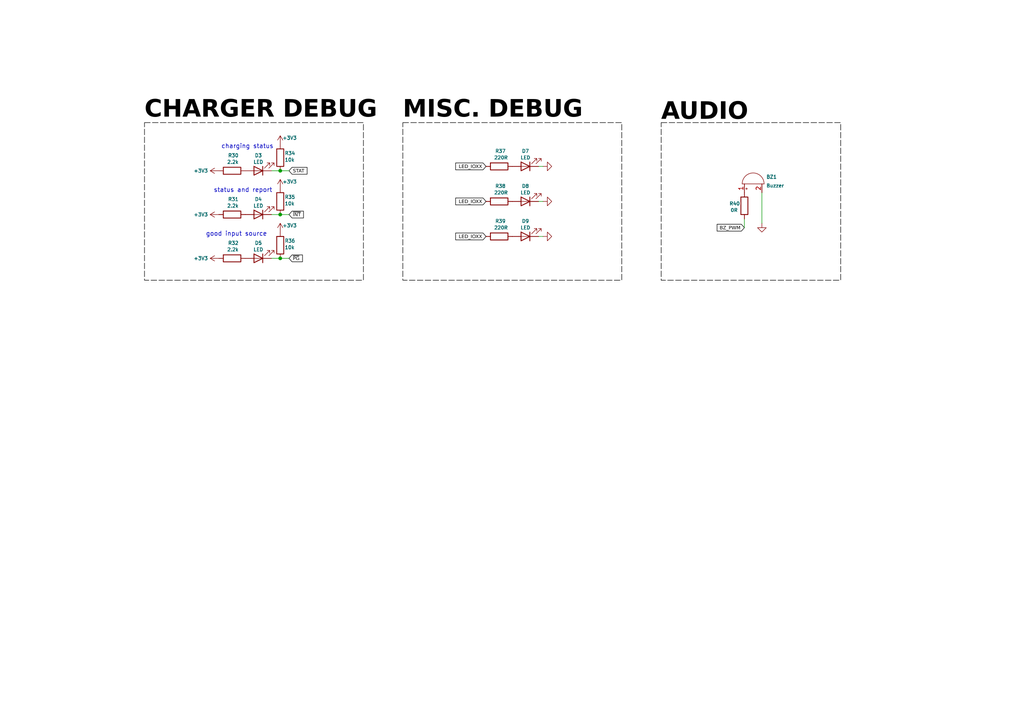
<source format=kicad_sch>
(kicad_sch (version 20250114) (generator "eeschema") (generator_version "9.0")
  (paper "A4")
  (lib_symbols
    (symbol "Device:Buzzer" (pin_names (offset 0.0254) (hide yes))
      (property "Reference" "BZ" (at 3.81 1.27 0))
      (property "Value" "Buzzer" (at 3.81 -1.27 0))
      (symbol "Buzzer_0_1"
        (polyline (pts (xy -1.651 1.905) (xy -1.143 1.905)))
        (polyline (pts (xy -1.397 2.159) (xy -1.397 1.651)))
        (arc (start 0 3.175) (mid 3.1612 0) (end 0 -3.175))
        (polyline (pts (xy 0 3.175) (xy 0 -3.175)))
      )
      (symbol "Buzzer_1_1"
        (pin passive line (at -2.54 2.54 0) (length 2.54) (name "+") (number "1"))
        (pin passive line (at -2.54 -2.54 0) (length 2.54) (name "-") (number "2"))
      )
    )
    (symbol "Device:LED" (pin_numbers (hide yes)) (pin_names (offset 1.016) (hide yes))
      (property "Reference" "D" (at 0 2.54 0))
      (property "Value" "LED" (at 0 -2.54 0))
      (symbol "LED_0_1"
        (polyline (pts (xy -3.048 -0.762) (xy -4.572 -2.286) (xy -3.81 -2.286) (xy -4.572 -2.286) (xy -4.572 -1.524)))
        (polyline (pts (xy -1.778 -0.762) (xy -3.302 -2.286) (xy -2.54 -2.286) (xy -3.302 -2.286) (xy -3.302 -1.524)))
        (polyline (pts (xy -1.27 0) (xy 1.27 0)))
        (polyline (pts (xy -1.27 -1.27) (xy -1.27 1.27)) (stroke (width 0.254)))
        (polyline (pts (xy 1.27 -1.27) (xy 1.27 1.27) (xy -1.27 0) (xy 1.27 -1.27)) (stroke (width 0.254)))
      )
      (symbol "LED_1_1"
        (pin passive line (at -3.81 0 0) (length 2.54) (name "K") (number "1"))
        (pin passive line (at 3.81 0 180) (length 2.54) (name "A") (number "2"))
      )
    )
    (symbol "Device:R" (pin_numbers (hide yes)) (pin_names (offset 0))
      (property "Reference" "R" (at 2.032 0 90))
      (property "Value" "R" (at 0 0 90))
      (symbol "R_0_1"
        (rectangle (start -1.016 -2.54) (end 1.016 2.54) (stroke (width 0.254)))
      )
      (symbol "R_1_1"
        (pin passive line (at 0 3.81 270) (length 1.27) (name "~") (number "1"))
        (pin passive line (at 0 -3.81 90) (length 1.27) (name "~") (number "2"))
      )
    )
    (symbol "power:+3V3" (power) (pin_names (offset 0))
      (property "Value" "+3V3" (at 0 3.556 0))
      (symbol "+3V3_0_1"
        (polyline (pts (xy -0.762 1.27) (xy 0 2.54)))
        (polyline (pts (xy 0 2.54) (xy 0.762 1.27)))
        (polyline (pts (xy 0 0) (xy 0 2.54)))
      )
      (symbol "+3V3_1_1"
        (pin power_in line (at 0 0 90) (length 0) (hide yes) (name "+3V3") (number "1"))
      )
    )
    (symbol "power:GND" (power) (pin_names (offset 0))
      (property "Value" "GND" (at 0 -3.81 0))
      (symbol "GND_0_1"
        (polyline (pts (xy 0 0) (xy 0 -1.27) (xy 1.27 -1.27) (xy 0 -2.54) (xy -1.27 -1.27) (xy 0 -1.27)))
      )
      (symbol "GND_1_1"
        (pin power_in line (at 0 0 270) (length 0) (hide yes) (name "GND") (number "1"))
      )
    )
  )
  (rectangle (start 116.84 35.56) (end 180.34 81.28) (stroke (width 0) (type dash) (color 0 0 0 1)))
  (rectangle (start 191.77 35.56) (end 243.84 81.28) (stroke (width 0) (type dash) (color 0 0 0 1)))
  (rectangle (start 41.91 35.56) (end 105.41 81.28) (stroke (width 0) (type dash) (color 0 0 0 1)))
  (text "good input source" (at 68.58 67.945 0) (effects (font (size 1.27 1.27))))
  (text "MISC. DEBUG" (at 116.84 36.195 0) (effects (font (size 5 5) (thickness 1.2) (bold yes)) (justify left bottom)))
  (text "status and report" (at 70.485 55.245 0) (effects (font (size 1.27 1.27))))
  (text "AUDIO" (at 191.77 36.83 0) (effects (font (size 5 5) (thickness 1.2) (bold yes)) (justify left bottom)))
  (text "charging status" (at 71.755 42.545 0) (effects (font (size 1.27 1.27))))
  (text "CHARGER DEBUG" (at 41.91 36.195 0) (effects (font (size 5 5) (thickness 1.2) (bold yes)) (justify left bottom)))
  (junction (at 81.28 62.23))
  (junction (at 81.28 74.93))
  (junction (at 81.28 49.53))
  (wire (pts (xy 81.28 74.93) (xy 83.82 74.93)))
  (wire (pts (xy 81.28 62.23) (xy 83.82 62.23)))
  (wire (pts (xy 220.98 64.77) (xy 220.98 55.88)))
  (wire (pts (xy 157.48 58.42) (xy 156.21 58.42)))
  (wire (pts (xy 157.48 68.58) (xy 156.21 68.58)))
  (wire (pts (xy 215.9 66.04) (xy 215.9 63.5)))
  (wire (pts (xy 78.74 49.53) (xy 81.28 49.53)))
  (wire (pts (xy 81.28 49.53) (xy 83.82 49.53)))
  (wire (pts (xy 157.48 48.26) (xy 156.21 48.26)))
  (wire (pts (xy 78.74 62.23) (xy 81.28 62.23)))
  (wire (pts (xy 78.74 74.93) (xy 81.28 74.93)))
  (global_label "LED_IOXX" (shape input) (at 140.97 58.42 180) (effects (font (size 1 1))) (property "Intersheetrefs" "${INTERSHEET_REFS}" (effects (hide yes))))
  (global_label "~{INT}" (shape input) (at 83.82 62.23 0) (effects (font (size 1 1))) (property "Intersheetrefs" "${INTERSHEET_REFS}" (effects (hide yes))))
  (global_label "STAT" (shape input) (at 83.82 49.53 0) (effects (font (size 1 1))) (property "Intersheetrefs" "${INTERSHEET_REFS}" (effects (hide yes))))
  (global_label "~{PG}" (shape input) (at 83.82 74.93 0) (effects (font (size 1 1))) (property "Intersheetrefs" "${INTERSHEET_REFS}" (effects (hide yes))))
  (global_label "LED_IOXX" (shape input) (at 140.97 68.58 180) (effects (font (size 1 1))) (property "Intersheetrefs" "${INTERSHEET_REFS}" (effects (hide yes))))
  (global_label "BZ_PWM" (shape input) (at 215.9 66.04 180) (effects (font (size 1 1))) (property "Intersheetrefs" "${INTERSHEET_REFS}" (effects (hide yes))))
  (global_label "LED_IOXX" (shape input) (at 140.97 48.26 180) (effects (font (size 1 1))) (property "Intersheetrefs" "${INTERSHEET_REFS}" (effects (hide yes))))
  (symbol (lib_id "power:GND") (at 157.48 68.58 90) (unit 1)
    (property "Reference" "#PWR077" (effects (hide yes)))
    (property "Value" "GND" (effects (hide yes)))
  )
  (symbol (lib_id "Device:LED") (at 152.4 58.42 180) (unit 1)
    (property "Reference" "D8" (at 152.4 53.975 0) (effects (font (size 1 1))))
    (property "Value" "LED" (at 152.4 55.88 0) (effects (font (size 1 1))))
    (property "Footprint" "LED_SMD:LED_0805_2012Metric" (effects (hide yes)))
    (property "Description" "Light emitting diode" (effects (hide yes)))
    (property "Sim.Pins" "1=K 2=A" (effects (hide yes)))
  )
  (symbol (lib_id "Device:R") (at 67.31 74.93 90) (unit 1)
    (property "Reference" "R32" (at 69.215 70.485 90) (effects (font (size 1 1)) (justify left)))
    (property "Value" "2.2k" (at 69.215 72.39 90) (effects (font (size 1 1)) (justify left)))
    (property "Footprint" "Resistor_SMD:R_0805_2012Metric" (effects (hide yes)))
    (property "LCSC" "C17633" (effects (hide yes)))
  )
  (symbol (lib_id "Device:R") (at 67.31 49.53 90) (unit 1)
    (property "Reference" "R30" (at 69.215 45.085 90) (effects (font (size 1 1)) (justify left)))
    (property "Value" "2.2k" (at 69.215 46.99 90) (effects (font (size 1 1)) (justify left)))
    (property "Footprint" "Resistor_SMD:R_0805_2012Metric" (effects (hide yes)))
    (property "Datasheet" "https://cz.mouser.com/ProductDetail/Panasonic/ERA-6AED222V?qs=MNPzkKEzRtSATzFNi%252BEAWg%3D%3D" (effects (hide yes)))
    (property "LCSC" "C17633" (effects (hide yes)))
  )
  (symbol (lib_id "Device:LED") (at 152.4 48.26 180) (unit 1)
    (property "Reference" "D7" (at 152.4 43.815 0) (effects (font (size 1 1))))
    (property "Value" "LED" (at 152.4 45.72 0) (effects (font (size 1 1))))
    (property "Footprint" "LED_SMD:LED_0805_2012Metric" (effects (hide yes)))
    (property "Description" "Light emitting diode" (effects (hide yes)))
    (property "Sim.Pins" "1=K 2=A" (effects (hide yes)))
  )
  (symbol (lib_id "Device:LED") (at 74.93 74.93 180) (unit 1)
    (property "Reference" "D5" (at 74.93 70.485 0) (effects (font (size 1 1))))
    (property "Value" "LED" (at 74.93 72.39 0) (effects (font (size 1 1))))
    (property "Footprint" "LED_SMD:LED_0805_2012Metric" (effects (hide yes)))
    (property "Description" "Light emitting diode" (effects (hide yes)))
    (property "Sim.Pins" "1=K 2=A" (effects (hide yes)))
  )
  (symbol (lib_id "Device:R") (at 67.31 62.23 90) (unit 1)
    (property "Reference" "R31" (at 69.215 57.785 90) (effects (font (size 1 1)) (justify left)))
    (property "Value" "2.2k" (at 69.215 59.69 90) (effects (font (size 1 1)) (justify left)))
    (property "Footprint" "Resistor_SMD:R_0805_2012Metric" (effects (hide yes)))
    (property "LCSC" "C17633" (effects (hide yes)))
  )
  (symbol (lib_id "Device:R") (at 144.78 48.26 90) (unit 1)
    (property "Reference" "R37" (at 146.685 43.815 90) (effects (font (size 1 1)) (justify left)))
    (property "Value" "220R" (at 147.32 45.72 90) (effects (font (size 1 1)) (justify left)))
    (property "Footprint" "Resistor_SMD:R_0805_2012Metric" (effects (hide yes)))
    (property "LCSC" "C17633" (effects (hide yes)))
  )
  (symbol (lib_id "Device:LED") (at 74.93 62.23 180) (unit 1)
    (property "Reference" "D4" (at 74.93 57.785 0) (effects (font (size 1 1))))
    (property "Value" "LED" (at 74.93 59.69 0) (effects (font (size 1 1))))
    (property "Footprint" "LED_SMD:LED_0805_2012Metric" (effects (hide yes)))
    (property "Description" "Light emitting diode" (effects (hide yes)))
    (property "Sim.Pins" "1=K 2=A" (effects (hide yes)))
  )
  (symbol (lib_id "Device:R") (at 81.28 45.72 0) (mirror x) (unit 1)
    (property "Reference" "R34" (at 82.55 44.45 0) (effects (font (size 1 1)) (justify left)))
    (property "Value" "10k" (at 82.55 46.355 0) (effects (font (size 1 1)) (justify left)))
    (property "Footprint" "Resistor_SMD:R_0805_2012Metric" (effects (hide yes)))
    (property "LCSC" "C17633" (effects (hide yes)))
  )
  (symbol (lib_id "Device:R") (at 81.28 58.42 0) (mirror x) (unit 1)
    (property "Reference" "R35" (at 82.55 57.15 0) (effects (font (size 1 1)) (justify left)))
    (property "Value" "10k" (at 82.55 59.055 0) (effects (font (size 1 1)) (justify left)))
    (property "Footprint" "Resistor_SMD:R_0805_2012Metric" (effects (hide yes)))
    (property "LCSC" "C17633" (effects (hide yes)))
  )
  (symbol (lib_id "Device:R") (at 144.78 58.42 90) (unit 1)
    (property "Reference" "R38" (at 146.685 53.975 90) (effects (font (size 1 1)) (justify left)))
    (property "Value" "220R" (at 147.32 55.88 90) (effects (font (size 1 1)) (justify left)))
    (property "Footprint" "Resistor_SMD:R_0805_2012Metric" (effects (hide yes)))
    (property "LCSC" "C17633" (effects (hide yes)))
  )
  (symbol (lib_id "Device:R") (at 144.78 68.58 90) (unit 1)
    (property "Reference" "R39" (at 146.685 64.135 90) (effects (font (size 1 1)) (justify left)))
    (property "Value" "220R" (at 147.32 66.04 90) (effects (font (size 1 1)) (justify left)))
    (property "Footprint" "Resistor_SMD:R_0805_2012Metric" (effects (hide yes)))
    (property "LCSC" "C17633" (effects (hide yes)))
  )
  (symbol (lib_id "Device:LED") (at 152.4 68.58 180) (unit 1)
    (property "Reference" "D9" (at 152.4 64.135 0) (effects (font (size 1 1))))
    (property "Value" "LED" (at 152.4 66.04 0) (effects (font (size 1 1))))
    (property "Footprint" "LED_SMD:LED_0805_2012Metric" (effects (hide yes)))
    (property "Description" "Light emitting diode" (effects (hide yes)))
    (property "Sim.Pins" "1=K 2=A" (effects (hide yes)))
  )
  (symbol (lib_id "Device:R") (at 81.28 71.12 0) (mirror x) (unit 1)
    (property "Reference" "R36" (at 82.55 69.85 0) (effects (font (size 1 1)) (justify left)))
    (property "Value" "10k" (at 82.55 71.755 0) (effects (font (size 1 1)) (justify left)))
    (property "Footprint" "Resistor_SMD:R_0805_2012Metric" (effects (hide yes)))
    (property "LCSC" "C17633" (effects (hide yes)))
  )
  (symbol (lib_id "power:GND") (at 157.48 48.26 90) (unit 1)
    (property "Reference" "#PWR075" (effects (hide yes)))
    (property "Value" "GND" (effects (hide yes)))
  )
  (symbol (lib_id "power:+3V3") (at 81.28 41.91 0) (unit 1)
    (property "Reference" "#PWR072" (effects (hide yes)))
    (property "Value" "+3V3" (at 81.915 40.005 0) (effects (font (size 1 1)) (justify left)))
  )
  (symbol (lib_id "power:+3V3") (at 63.5 62.23 90) (unit 1)
    (property "Reference" "#PWR068" (effects (hide yes)))
    (property "Value" "+3V3" (at 60.325 62.23 90) (effects (font (size 1 1)) (justify left)))
  )
  (symbol (lib_id "power:GND") (at 220.98 64.77 0) (unit 1)
    (property "Reference" "#PWR078" (effects (hide yes)))
    (property "Value" "GND" (effects (hide yes)))
  )
  (symbol (lib_id "power:+3V3") (at 81.28 54.61 0) (unit 1)
    (property "Reference" "#PWR073" (effects (hide yes)))
    (property "Value" "+3V3" (at 81.915 52.705 0) (effects (font (size 1 1)) (justify left)))
  )
  (symbol (lib_id "power:+3V3") (at 63.5 49.53 90) (unit 1)
    (property "Reference" "#PWR067" (effects (hide yes)))
    (property "Value" "+3V3" (at 60.325 49.53 90) (effects (font (size 1 1)) (justify left)))
  )
  (symbol (lib_id "power:+3V3") (at 63.5 74.93 90) (unit 1)
    (property "Reference" "#PWR069" (effects (hide yes)))
    (property "Value" "+3V3" (at 60.325 74.93 90) (effects (font (size 1 1)) (justify left)))
  )
  (symbol (lib_id "power:+3V3") (at 81.28 67.31 0) (unit 1)
    (property "Reference" "#PWR074" (effects (hide yes)))
    (property "Value" "+3V3" (at 81.915 65.405 0) (effects (font (size 1 1)) (justify left)))
  )
  (symbol (lib_id "power:GND") (at 157.48 58.42 90) (unit 1)
    (property "Reference" "#PWR076" (effects (hide yes)))
    (property "Value" "GND" (effects (hide yes)))
  )
  (symbol (lib_id "Device:R") (at 215.9 59.69 180) (unit 1)
    (property "Reference" "R40" (at 214.63 59.055 0) (effects (font (size 1 1)) (justify left)))
    (property "Value" "0R" (at 213.995 60.96 0) (effects (font (size 1 1)) (justify left)))
    (property "Footprint" "Resistor_SMD:R_0805_2012Metric" (effects (hide yes)))
    (property "LCSC" "C17633" (effects (hide yes)))
  )
  (symbol (lib_id "Device:Buzzer") (at 218.44 53.34 90) (unit 1)
    (property "Reference" "BZ1" (at 222.25 51.3148 90) (effects (font (size 1 1)) (justify right)))
    (property "Value" "Buzzer" (at 222.25 53.8548 90) (effects (font (size 1 1)) (justify right)))
    (property "Footprint" "gps-compass_brd:CEM-1203_Buzzer" (effects (hide yes)))
    (property "Datasheet" "https://cz.mouser.com/ProductDetail/Same-Sky/CEM-120342?qs=WyjlAZoYn50KzVdoYfaqpA%3D%3D" (effects (hide yes)))
    (property "Description" "Buzzer, polarized" (effects (hide yes)))
  )
  (symbol (lib_id "Device:LED") (at 74.93 49.53 180) (unit 1)
    (property "Reference" "D3" (at 74.93 45.085 0) (effects (font (size 1 1))))
    (property "Value" "LED" (at 74.93 46.99 0) (effects (font (size 1 1))))
    (property "Footprint" "LED_SMD:LED_0805_2012Metric" (effects (hide yes)))
    (property "Description" "Light emitting diode" (effects (hide yes)))
    (property "Sim.Pins" "1=K 2=A" (effects (hide yes)))
  )
)
</source>
